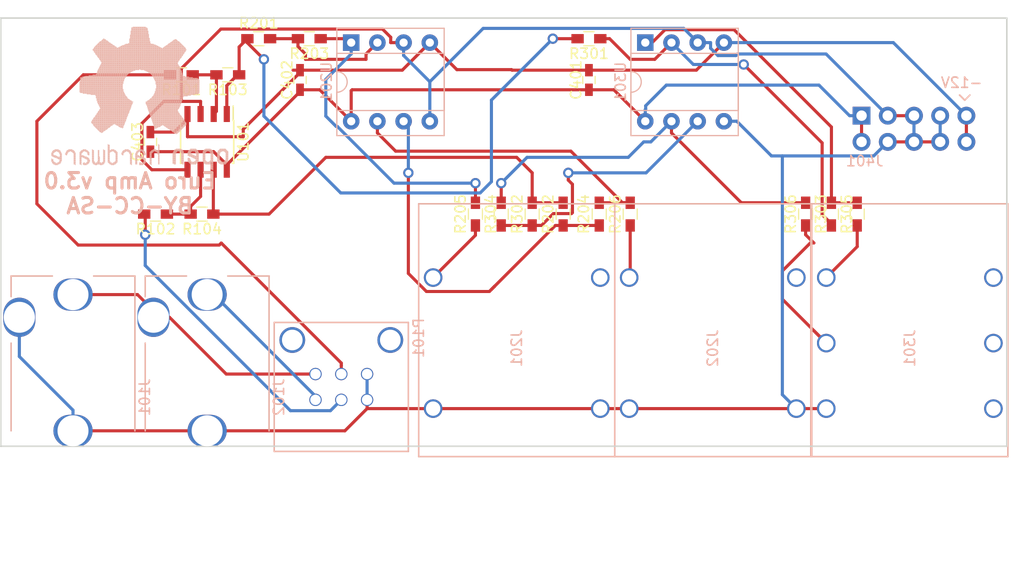
<source format=kicad_pcb>
(kicad_pcb (version 20171130) (host pcbnew "(5.1.12)-1")
  (title_block (title "Eurorack Headphones") (rev 2.0))
  (layers (0 F.Cu signal) (31 B.Cu signal) (34 B.Paste user hide) (35 F.Paste user hide) (36 B.SilkS user) (37 F.SilkS user) (38 B.Mask user) (39 F.Mask user) (44 Edge.Cuts user))
  (net 0 "")
  (net 1 +12V)
  (net 2 -12V)
  (net 3 GND)
  (net 4 "Net-(J101-Pad1)")
  (net 5 "Net-(J102-Pad1)")
  (net 6 "Net-(J301-Pad5)")
  (net 7 "Net-(J301-Pad4)")
  (net 8 "Net-(J301-Pad3)")
  (net 9 "Net-(J301-Pad6)")
  (net 10 "Net-(P101-Pad2)")
  (net 11 "Net-(P101-Pad5)")
  (net 12 "Net-(R101-Pad1)")
  (net 13 "Net-(R102-Pad1)")
  (net 14 /Left)
  (net 15 /Right)
  (net 16 "Net-(R201-Pad1)")
  (net 17 "Net-(R202-Pad1)")
  (net 18 "Net-(R203-Pad1)")
  (net 19 "Net-(R204-Pad1)")
  (net 20 "Net-(J201-Pad1)")
  (net 21 "Net-(J202-Pad1)")
  (net 22 "Net-(R301-Pad1)")
  (net 23 "Net-(R302-Pad1)")
  (net 24 "Net-(R303-Pad1)")
  (net 25 "Net-(R304-Pad1)")
  (net 26 "Net-(J201-Pad2)")
  (net 27 "Net-(J202-Pad2)")
  (net 28 "Net-(J301-Pad2)")
  (module Russell:Neutrick_NMJ4HFD2 (layer B.Cu) (at 192.6 75 270)
    (fp_text reference J301 (at 0.5 0 270) (layer B.SilkS) (effects (justify mirror)))
    (fp_text value JACK_TRS_6PINS hide)
    (pad 5 thru_hole circle (at -6.35 -8.1 270) (size 1.8 1.8) (drill 1.4) (layers *.Cu *.Mask) (net 6 "Net-(J301-Pad5)"))
    (pad 2 thru_hole circle (at -6.35 8.1 270) (size 1.8 1.8) (drill 1.4) (layers *.Cu *.Mask) (net 28 "Net-(J301-Pad2)"))
    (pad 4 thru_hole circle (at 6.35 -8.1 270) (size 1.8 1.8) (drill 1.4) (layers *.Cu *.Mask) (net 7 "Net-(J301-Pad4)"))
    (pad 1 thru_hole circle (at 6.35 8.1 270) (size 1.8 1.8) (drill 1.4) (layers *.Cu *.Mask) (net 3 GND))
    (pad 3 thru_hole circle (at 0 8.1 270) (size 1.8 1.8) (drill 1.4) (layers *.Cu *.Mask) (net 8 "Net-(J301-Pad3)"))
    (pad 6 thru_hole circle (at 0 -8.1 270) (size 1.8 1.8) (drill 1.4) (layers *.Cu *.Mask) (net 9 "Net-(J301-Pad6)"))
  )
  (module Capacitors_SMD:C_0603_HandSoldering (layer F.Cu) (at 161.5 49.5 90)
    (fp_text reference C401 (at 0 -1.25 90) (layer F.SilkS))
    (fp_text value 0.1uF)
    (pad 1 smd rect (at -0.95 0 90) (size 1.2 0.75) (layers F.Cu F.Paste F.Mask) (net 1 +12V))
    (pad 2 smd rect (at 0.95 0 90) (size 1.2 0.75) (layers F.Cu F.Paste F.Mask) (net 2 -12V))
  )
  (module Capacitors_SMD:C_0603_HandSoldering (layer F.Cu) (at 133.5 49.5 90)
    (fp_text reference C402 (at 0 -1.25 90) (layer F.SilkS))
    (fp_text value 0.1uF)
    (pad 1 smd rect (at -0.95 0 90) (size 1.2 0.75) (layers F.Cu F.Paste F.Mask) (net 1 +12V))
    (pad 2 smd rect (at 0.95 0 90) (size 1.2 0.75) (layers F.Cu F.Paste F.Mask) (net 2 -12V))
  )
  (module Capacitors_SMD:C_0603_HandSoldering (layer F.Cu) (at 119 55.5 90)
    (fp_text reference C403 (at 0 -1.25 90) (layer F.SilkS))
    (fp_text value 0.1uF)
    (pad 1 smd rect (at -0.95 0 90) (size 1.2 0.75) (layers F.Cu F.Paste F.Mask) (net 1 +12V))
    (pad 2 smd rect (at 0.95 0 90) (size 1.2 0.75) (layers F.Cu F.Paste F.Mask) (net 2 -12V))
  )
  (module Russell:Neutrick_NMJ4HHD2 (layer B.Cu) (at 154.5 75 270)
    (fp_text reference J201 (at 0.5 0 270) (layer B.SilkS) (effects (justify mirror)))
    (fp_text value JACK_2P hide)
    (pad 2 thru_hole circle (at -6.35 -8.1 270) (size 1.8 1.8) (drill 1.4) (layers *.Cu *.Mask) (net 26 "Net-(J201-Pad2)"))
    (pad 1 thru_hole circle (at -6.35 8.1 270) (size 1.8 1.8) (drill 1.4) (layers *.Cu *.Mask) (net 20 "Net-(J201-Pad1)"))
    (pad 3 thru_hole circle (at 6.35 -8.1 270) (size 1.8 1.8) (drill 1.4) (layers *.Cu *.Mask) (net 3 GND))
    (pad 3 thru_hole circle (at 6.35 8.1 270) (size 1.8 1.8) (drill 1.4) (layers *.Cu *.Mask) (net 3 GND))
  )
  (module Russell:Neutrick_NMJ4HHD2 (layer B.Cu) (at 173.5 75 270)
    (fp_text reference J202 (at 0.5 0 270) (layer B.SilkS) (effects (justify mirror)))
    (fp_text value JACK_2P hide)
    (pad 2 thru_hole circle (at -6.35 -8.1 270) (size 1.8 1.8) (drill 1.4) (layers *.Cu *.Mask) (net 27 "Net-(J202-Pad2)"))
    (pad 1 thru_hole circle (at -6.35 8.1 270) (size 1.8 1.8) (drill 1.4) (layers *.Cu *.Mask) (net 21 "Net-(J202-Pad1)"))
    (pad 3 thru_hole circle (at 6.35 -8.1 270) (size 1.8 1.8) (drill 1.4) (layers *.Cu *.Mask) (net 3 GND))
    (pad 3 thru_hole circle (at 6.35 8.1 270) (size 1.8 1.8) (drill 1.4) (layers *.Cu *.Mask) (net 3 GND))
  )
  (module eurorack:EurorackPower10 (layer B.Cu) (at 187.92 52.96)
    (fp_text reference J401 (at 0.3 4.4) (layer B.SilkS) (effects (justify mirror)))
    (fp_text value EurorackPower hide)
    (fp_text user -12V (at 9.7 -3.2) (layer B.SilkS) (effects (justify mirror)))
    (pad 1 thru_hole rect (at 0 0) (size 1.7272 1.7272) (drill 1.016) (layers *.Cu *.Mask) (net 1 +12V))
    (pad 1 thru_hole oval (at 0 2.54) (size 1.7272 1.7272) (drill 1.016) (layers *.Cu *.Mask) (net 1 +12V))
    (pad 2 thru_hole oval (at 2.54 0) (size 1.7272 1.7272) (drill 1.016) (layers *.Cu *.Mask) (net 3 GND))
    (pad 2 thru_hole oval (at 2.54 2.54) (size 1.7272 1.7272) (drill 1.016) (layers *.Cu *.Mask) (net 3 GND))
    (pad 2 thru_hole oval (at 5.08 0) (size 1.7272 1.7272) (drill 1.016) (layers *.Cu *.Mask) (net 3 GND))
    (pad 2 thru_hole oval (at 5.08 2.54) (size 1.7272 1.7272) (drill 1.016) (layers *.Cu *.Mask) (net 3 GND))
    (pad 2 thru_hole oval (at 7.62 0) (size 1.7272 1.7272) (drill 1.016) (layers *.Cu *.Mask) (net 3 GND))
    (pad 2 thru_hole oval (at 7.62 2.54) (size 1.7272 1.7272) (drill 1.016) (layers *.Cu *.Mask) (net 3 GND))
    (pad 3 thru_hole oval (at 10.16 0) (size 1.7272 1.7272) (drill 1.016) (layers *.Cu *.Mask) (net 2 -12V))
    (pad 3 thru_hole oval (at 10.16 2.54) (size 1.7272 1.7272) (drill 1.016) (layers *.Cu *.Mask) (net 2 -12V))
  )
  (module Russell:ALPS_RK09_Horizontal (layer B.Cu) (at 137.5 78 270)
    (fp_text reference P101 (at -3.5 -7.5 270) (layer B.SilkS) (effects (justify mirror)))
    (fp_text value "POT_Dual 50k")
    (pad "" thru_hole circle (at -3.3 4.75 270) (size 2.5 2.5) (drill 2) (layers *.Cu *.Mask))
    (pad "" thru_hole circle (at -3.3 -4.75 270) (size 2.5 2.5) (drill 2) (layers *.Cu *.Mask))
    (pad 2 thru_hole circle (at 0 0 270) (size 1.2 1.2) (drill 1) (layers *.Cu *.Mask) (net 10 "Net-(P101-Pad2)"))
    (pad 1 thru_hole circle (at 0 2.5 270) (size 1.2 1.2) (drill 1) (layers *.Cu *.Mask) (net 4 "Net-(J101-Pad1)"))
    (pad 4 thru_hole circle (at 2.5 2.5 270) (size 1.2 1.2) (drill 1) (layers *.Cu *.Mask) (net 5 "Net-(J102-Pad1)"))
    (pad 5 thru_hole circle (at 2.5 0 270) (size 1.2 1.2) (drill 1) (layers *.Cu *.Mask) (net 11 "Net-(P101-Pad5)"))
    (pad 6 thru_hole circle (at 2.5 -2.5 270) (size 1.2 1.2) (drill 1) (layers *.Cu *.Mask) (net 3 GND))
    (pad 3 thru_hole circle (at 0 -2.5 270) (size 1.2 1.2) (drill 1) (layers *.Cu *.Mask) (net 3 GND))
  )
  (module Resistors_SMD:R_0603_HandSoldering (layer F.Cu) (at 122 49 180)
    (fp_text reference R101 (at 0 -1.45 180) (layer F.SilkS))
    (fp_text value 200k)
    (pad 1 smd rect (at -1.1 0 180) (size 1.2 0.9) (layers F.Cu F.Paste F.Mask) (net 12 "Net-(R101-Pad1)"))
    (pad 2 smd rect (at 1.1 0 180) (size 1.2 0.9) (layers F.Cu F.Paste F.Mask) (net 10 "Net-(P101-Pad2)"))
  )
  (module Resistors_SMD:R_0603_HandSoldering (layer F.Cu) (at 119.5 62.5 180)
    (fp_text reference R102 (at 0 -1.45 180) (layer F.SilkS))
    (fp_text value 200k hide)
    (pad 1 smd rect (at -1.1 0 180) (size 1.2 0.9) (layers F.Cu F.Paste F.Mask) (net 13 "Net-(R102-Pad1)"))
    (pad 2 smd rect (at 1.1 0 180) (size 1.2 0.9) (layers F.Cu F.Paste F.Mask) (net 11 "Net-(P101-Pad5)"))
  )
  (module Resistors_SMD:R_0603_HandSoldering (layer F.Cu) (at 126.5 49 180)
    (fp_text reference R103 (at 0 -1.45 180) (layer F.SilkS))
    (fp_text value 100k)
    (pad 1 smd rect (at -1.1 0 180) (size 1.2 0.9) (layers F.Cu F.Paste F.Mask) (net 14 /Left))
    (pad 2 smd rect (at 1.1 0 180) (size 1.2 0.9) (layers F.Cu F.Paste F.Mask) (net 12 "Net-(R101-Pad1)"))
  )
  (module Resistors_SMD:R_0603_HandSoldering (layer F.Cu) (at 124 62.5 180)
    (fp_text reference R104 (at 0 -1.45 180) (layer F.SilkS))
    (fp_text value 100k)
    (pad 1 smd rect (at -1.1 0 180) (size 1.2 0.9) (layers F.Cu F.Paste F.Mask) (net 15 /Right))
    (pad 2 smd rect (at 1.1 0 180) (size 1.2 0.9) (layers F.Cu F.Paste F.Mask) (net 13 "Net-(R102-Pad1)"))
  )
  (module Resistors_SMD:R_0603_HandSoldering (layer F.Cu) (at 129.5 45.5 180)
    (fp_text reference R201 (at 0 1.5 180) (layer F.SilkS))
    (fp_text value 100k)
    (pad 1 smd rect (at -1.1 0 180) (size 1.2 0.9) (layers F.Cu F.Paste F.Mask) (net 16 "Net-(R201-Pad1)"))
    (pad 2 smd rect (at 1.1 0 180) (size 1.2 0.9) (layers F.Cu F.Paste F.Mask) (net 14 /Left))
  )
  (module Resistors_SMD:R_0603_HandSoldering (layer F.Cu) (at 159 62.5 90)
    (fp_text reference R202 (at 0 -1.45 90) (layer F.SilkS))
    (fp_text value 100k)
    (pad 1 smd rect (at -1.1 0 90) (size 1.2 0.9) (layers F.Cu F.Paste F.Mask) (net 17 "Net-(R202-Pad1)"))
    (pad 2 smd rect (at 1.1 0 90) (size 1.2 0.9) (layers F.Cu F.Paste F.Mask) (net 15 /Right))
  )
  (module Resistors_SMD:R_0603_HandSoldering (layer F.Cu) (at 134.4 45.5 180)
    (fp_text reference R203 (at 0 -1.45 180) (layer F.SilkS))
    (fp_text value 100k)
    (pad 1 smd rect (at -1.1 0 180) (size 1.2 0.9) (layers F.Cu F.Paste F.Mask) (net 18 "Net-(R203-Pad1)"))
    (pad 2 smd rect (at 1.1 0 180) (size 1.2 0.9) (layers F.Cu F.Paste F.Mask) (net 16 "Net-(R201-Pad1)"))
  )
  (module Resistors_SMD:R_0603_HandSoldering (layer F.Cu) (at 162.5 62.5 270)
    (fp_text reference R204 (at 0 1.5 270) (layer F.SilkS))
    (fp_text value 100k)
    (pad 1 smd rect (at -1.1 0 270) (size 1.2 0.9) (layers F.Cu F.Paste F.Mask) (net 19 "Net-(R204-Pad1)"))
    (pad 2 smd rect (at 1.1 0 270) (size 1.2 0.9) (layers F.Cu F.Paste F.Mask) (net 17 "Net-(R202-Pad1)"))
  )
  (module Resistors_SMD:R_0603_HandSoldering (layer F.Cu) (at 150.5 62.5 90)
    (fp_text reference R205 (at 0 -1.45 90) (layer F.SilkS))
    (fp_text value 1k)
    (pad 1 smd rect (at -1.1 0 90) (size 1.2 0.9) (layers F.Cu F.Paste F.Mask) (net 20 "Net-(J201-Pad1)"))
    (pad 2 smd rect (at 1.1 0 90) (size 1.2 0.9) (layers F.Cu F.Paste F.Mask) (net 18 "Net-(R203-Pad1)"))
  )
  (module Resistors_SMD:R_0603_HandSoldering (layer F.Cu) (at 165.5 62.5 90)
    (fp_text reference R206 (at 0 -1.45 90) (layer F.SilkS))
    (fp_text value 1k)
    (pad 1 smd rect (at -1.1 0 90) (size 1.2 0.9) (layers F.Cu F.Paste F.Mask) (net 21 "Net-(J202-Pad1)"))
    (pad 2 smd rect (at 1.1 0 90) (size 1.2 0.9) (layers F.Cu F.Paste F.Mask) (net 19 "Net-(R204-Pad1)"))
  )
  (module Resistors_SMD:R_0603_HandSoldering (layer F.Cu) (at 161.5 45.5 180)
    (fp_text reference R301 (at 0 -1.45 180) (layer F.SilkS))
    (fp_text value 200k)
    (pad 1 smd rect (at -1.1 0 180) (size 1.2 0.9) (layers F.Cu F.Paste F.Mask) (net 22 "Net-(R301-Pad1)"))
    (pad 2 smd rect (at 1.1 0 180) (size 1.2 0.9) (layers F.Cu F.Paste F.Mask) (net 14 /Left))
  )
  (module Resistors_SMD:R_0603_HandSoldering (layer F.Cu) (at 156 62.5 90)
    (fp_text reference R302 (at 0 -1.45 90) (layer F.SilkS))
    (fp_text value 200k)
    (pad 1 smd rect (at -1.1 0 90) (size 1.2 0.9) (layers F.Cu F.Paste F.Mask) (net 23 "Net-(R302-Pad1)"))
    (pad 2 smd rect (at 1.1 0 90) (size 1.2 0.9) (layers F.Cu F.Paste F.Mask) (net 15 /Right))
  )
  (module Resistors_SMD:R_0603_HandSoldering (layer F.Cu) (at 185 62.5 270)
    (fp_text reference R303 (at 0 1 270) (layer F.SilkS))
    (fp_text value 100k)
    (pad 1 smd rect (at -1.1 0 270) (size 1.2 0.9) (layers F.Cu F.Paste F.Mask) (net 24 "Net-(R303-Pad1)"))
    (pad 2 smd rect (at 1.1 0 270) (size 1.2 0.9) (layers F.Cu F.Paste F.Mask) (net 22 "Net-(R301-Pad1)"))
  )
  (module Resistors_SMD:R_0603_HandSoldering (layer F.Cu) (at 153 62.5 270)
    (fp_text reference R304 (at 0 1 270) (layer F.SilkS))
    (fp_text value 100k)
    (pad 1 smd rect (at -1.1 0 270) (size 1.2 0.9) (layers F.Cu F.Paste F.Mask) (net 25 "Net-(R304-Pad1)"))
    (pad 2 smd rect (at 1.1 0 270) (size 1.2 0.9) (layers F.Cu F.Paste F.Mask) (net 23 "Net-(R302-Pad1)"))
  )
  (module Resistors_SMD:R_0603_HandSoldering (layer F.Cu) (at 187.5 62.5 90)
    (fp_text reference R305 (at 0 -1 90) (layer F.SilkS))
    (fp_text value 100)
    (pad 1 smd rect (at -1.1 0 90) (size 1.2 0.9) (layers F.Cu F.Paste F.Mask) (net 28 "Net-(J301-Pad2)"))
    (pad 2 smd rect (at 1.1 0 90) (size 1.2 0.9) (layers F.Cu F.Paste F.Mask) (net 24 "Net-(R303-Pad1)"))
  )
  (module Resistors_SMD:R_0603_HandSoldering (layer F.Cu) (at 182.5 62.5 90)
    (fp_text reference R306 (at 0 -1.45 90) (layer F.SilkS))
    (fp_text value 100)
    (pad 1 smd rect (at -1.1 0 90) (size 1.2 0.9) (layers F.Cu F.Paste F.Mask) (net 8 "Net-(J301-Pad3)"))
    (pad 2 smd rect (at 1.1 0 90) (size 1.2 0.9) (layers F.Cu F.Paste F.Mask) (net 25 "Net-(R304-Pad1)"))
  )
  (module Housings_DIP:DIP-8_W7.62mm_Socket (layer B.Cu) (at 138.46 45.88 270)
    (fp_text reference U201 (at 3.81 2.39 270) (layer B.SilkS) (effects (justify mirror)))
    (fp_text value TL072)
    (pad 1 thru_hole rect (at 0 0 270) (size 1.6 1.6) (drill 0.8) (layers *.Cu *.Mask) (net 18 "Net-(R203-Pad1)"))
    (pad 5 thru_hole oval (at 7.62 -7.62 270) (size 1.6 1.6) (drill 0.8) (layers *.Cu *.Mask) (net 3 GND))
    (pad 2 thru_hole oval (at 0 -2.54 270) (size 1.6 1.6) (drill 0.8) (layers *.Cu *.Mask) (net 16 "Net-(R201-Pad1)"))
    (pad 6 thru_hole oval (at 7.62 -5.08 270) (size 1.6 1.6) (drill 0.8) (layers *.Cu *.Mask) (net 17 "Net-(R202-Pad1)"))
    (pad 3 thru_hole oval (at 0 -5.08 270) (size 1.6 1.6) (drill 0.8) (layers *.Cu *.Mask) (net 3 GND))
    (pad 7 thru_hole oval (at 7.62 -2.54 270) (size 1.6 1.6) (drill 0.8) (layers *.Cu *.Mask) (net 19 "Net-(R204-Pad1)"))
    (pad 4 thru_hole oval (at 0 -7.62 270) (size 1.6 1.6) (drill 0.8) (layers *.Cu *.Mask) (net 2 -12V))
    (pad 8 thru_hole oval (at 7.62 0 270) (size 1.6 1.6) (drill 0.8) (layers *.Cu *.Mask) (net 1 +12V))
  )
  (module Housings_DIP:DIP-8_W7.62mm_Socket (layer B.Cu) (at 166.96 45.88 270)
    (fp_text reference U301 (at 3.81 2.39 270) (layer B.SilkS) (effects (justify mirror)))
    (fp_text value TL072)
    (pad 1 thru_hole rect (at 0 0 270) (size 1.6 1.6) (drill 0.8) (layers *.Cu *.Mask) (net 24 "Net-(R303-Pad1)"))
    (pad 5 thru_hole oval (at 7.62 -7.62 270) (size 1.6 1.6) (drill 0.8) (layers *.Cu *.Mask) (net 3 GND))
    (pad 2 thru_hole oval (at 0 -2.54 270) (size 1.6 1.6) (drill 0.8) (layers *.Cu *.Mask) (net 22 "Net-(R301-Pad1)"))
    (pad 6 thru_hole oval (at 7.62 -5.08 270) (size 1.6 1.6) (drill 0.8) (layers *.Cu *.Mask) (net 23 "Net-(R302-Pad1)"))
    (pad 3 thru_hole oval (at 0 -5.08 270) (size 1.6 1.6) (drill 0.8) (layers *.Cu *.Mask) (net 3 GND))
    (pad 7 thru_hole oval (at 7.62 -2.54 270) (size 1.6 1.6) (drill 0.8) (layers *.Cu *.Mask) (net 25 "Net-(R304-Pad1)"))
    (pad 4 thru_hole oval (at 0 -7.62 270) (size 1.6 1.6) (drill 0.8) (layers *.Cu *.Mask) (net 2 -12V))
    (pad 8 thru_hole oval (at 7.62 0 270) (size 1.6 1.6) (drill 0.8) (layers *.Cu *.Mask) (net 1 +12V))
  )
  (module Housings_SOIC:SOIC-8_3.9x4.9mm_Pitch1.27mm (layer F.Cu) (at 124.5 55.5 270)
    (fp_text reference U101 (at 0 -3.5 270) (layer F.SilkS))
    (fp_text value TL072)
    (pad 1 smd rect (at -2.7 -1.905 270) (size 1.55 0.6) (layers F.Cu F.Paste F.Mask) (net 14 /Left))
    (pad 2 smd rect (at -2.7 -0.635 270) (size 1.55 0.6) (layers F.Cu F.Paste F.Mask) (net 12 "Net-(R101-Pad1)"))
    (pad 3 smd rect (at -2.7 0.635 270) (size 1.55 0.6) (layers F.Cu F.Paste F.Mask) (net 3 GND))
    (pad 4 smd rect (at -2.7 1.905 270) (size 1.55 0.6) (layers F.Cu F.Paste F.Mask) (net 2 -12V))
    (pad 5 smd rect (at 2.7 1.905 270) (size 1.55 0.6) (layers F.Cu F.Paste F.Mask) (net 3 GND))
    (pad 6 smd rect (at 2.7 0.635 270) (size 1.55 0.6) (layers F.Cu F.Paste F.Mask) (net 13 "Net-(R102-Pad1)"))
    (pad 7 smd rect (at 2.7 -0.635 270) (size 1.55 0.6) (layers F.Cu F.Paste F.Mask) (net 15 /Right))
    (pad 8 smd rect (at 2.7 -1.905 270) (size 1.55 0.6) (layers F.Cu F.Paste F.Mask) (net 1 +12V))
  )
  (module eurorack:Jack.PJ302M (layer B.Cu) (at 111.5 83.5 270)
    (fp_text reference J101 (at -3.25 -6.95 270) (layer B.SilkS) (effects (justify mirror)))
    (fp_text value JACK_2P hide)
    (pad 3 thru_hole oval (at 0 0 270) (size 3.1 3.8) (drill 3) (layers *.Cu *.Mask) (net 3 GND))
    (pad 1 thru_hole oval (at -13.2 0 270) (size 3.1 3.8) (drill 3) (layers *.Cu *.Mask) (net 4 "Net-(J101-Pad1)"))
    (pad 2 thru_hole oval (at -11 5.2 270) (size 3.8 3.1) (drill 3) (layers *.Cu *.Mask) (net 3 GND))
  )
  (module eurorack:Jack.PJ302M (layer B.Cu) (at 124.5 83.5 270)
    (fp_text reference J102 (at -3.25 -6.95 270) (layer B.SilkS) (effects (justify mirror)))
    (fp_text value JACK_2P hide)
    (pad 3 thru_hole oval (at 0 0 270) (size 3.1 3.8) (drill 3) (layers *.Cu *.Mask) (net 3 GND))
    (pad 1 thru_hole oval (at -13.2 0 270) (size 3.1 3.8) (drill 3) (layers *.Cu *.Mask) (net 5 "Net-(J102-Pad1)"))
    (pad 2 thru_hole oval (at -11 5.2 270) (size 3.8 3.1) (drill 3) (layers *.Cu *.Mask) (net 4 "Net-(J101-Pad1)"))
  )
  (module OPENHARDWARE:OSHWLOGO0.75IN (layer B.Cu) (at 127.5 42 180)
    (fp_text reference G*** hide)
    (fp_text value LOGO hide)
  )
  (gr_text "Euro Amp v3.0\nBY-CC-SA" (at 117 60.5) (layer B.SilkS) (effects (font (size 1.5 1.5) (thickness 0.3)) (justify mirror)))
  (gr_line (start 104.5 85) (end 202 85) (layer Edge.Cuts) (width 0.15))
  (gr_line (start 104.5 43.5) (end 104.5 85) (layer Edge.Cuts) (width 0.15))
  (gr_line (start 202 43.5) (end 104.5 43.5) (layer Edge.Cuts) (width 0.15))
  (gr_line (start 202 85) (end 202 43.5) (layer Edge.Cuts) (width 0.15))
  (segment (start 119 56.45) (end 125.13 56.45) (width 0.3) (layer F.Cu) (net 1))
  (segment (start 125.13 56.45) (end 126.405 57.725) (width 0.3) (layer F.Cu) (net 1))
  (segment (start 126.405 57.725) (end 133.5 50.63) (width 0.3) (layer F.Cu) (net 1))
  (segment (start 133.5 50.63) (end 133.5 50.45) (width 0.3) (layer F.Cu) (net 1))
  (segment (start 126.405 58.2) (end 126.405 57.725) (width 0.3) (layer F.Cu) (net 1))
  (segment (start 133.5 50.45) (end 135.41 50.45) (width 0.3) (layer F.Cu) (net 1))
  (segment (start 135.41 50.45) (end 138.46 53.5) (width 0.3) (layer F.Cu) (net 1))
  (segment (start 161.5 50.45) (end 163.91 50.45) (width 0.3) (layer F.Cu) (net 1))
  (segment (start 163.91 50.45) (end 166.96 53.5) (width 0.3) (layer F.Cu) (net 1))
  (segment (start 187.92 52.96) (end 187.92 55.5) (width 0.3) (layer F.Cu) (net 1))
  (segment (start 166.96 53.5) (end 166.96 52.3686) (width 0.3) (layer B.Cu) (net 1))
  (segment (start 166.96 52.3686) (end 167 52.3286) (width 0.3) (layer B.Cu) (net 1))
  (segment (start 167 52.3286) (end 167 52) (width 0.3) (layer B.Cu) (net 1))
  (segment (start 167 52) (end 169 50) (width 0.3) (layer B.Cu) (net 1))
  (segment (start 169 50) (end 183.796 50) (width 0.3) (layer B.Cu) (net 1))
  (segment (start 183.796 50) (end 186.756 52.96) (width 0.3) (layer B.Cu) (net 1))
  (segment (start 186.756 52.96) (end 187.92 52.96) (width 0.3) (layer B.Cu) (net 1))
  (segment (start 138.46 53.5) (end 138.46 50.54) (width 0.3) (layer F.Cu) (net 1))
  (segment (start 138.46 50.54) (end 138.55 50.45) (width 0.3) (layer F.Cu) (net 1))
  (segment (start 138.55 50.45) (end 161.5 50.45) (width 0.3) (layer F.Cu) (net 1))
  (segment (start 122.595 53.875) (end 122.597 53.8774) (width 0.3) (layer F.Cu) (net 2))
  (segment (start 122.595 52.8) (end 122.595 53.875) (width 0.3) (layer F.Cu) (net 2))
  (segment (start 119 54.55) (end 121.32 54.55) (width 0.3) (layer F.Cu) (net 2))
  (segment (start 121.32 54.55) (end 122.595 53.275) (width 0.3) (layer F.Cu) (net 2))
  (segment (start 122.595 53.275) (end 122.595 52.8) (width 0.3) (layer F.Cu) (net 2))
  (segment (start 122.595 52.8) (end 122.595 52.325) (width 0.3) (layer F.Cu) (net 2))
  (segment (start 133.5 48.55) (end 143.41 48.55) (width 0.3) (layer F.Cu) (net 2))
  (segment (start 143.41 48.55) (end 146.08 45.88) (width 0.3) (layer F.Cu) (net 2))
  (segment (start 146.08 45.88) (end 148.7 48.5) (width 0.3) (layer F.Cu) (net 2))
  (segment (start 148.7 48.5) (end 154 48.5) (width 0.3) (layer F.Cu) (net 2))
  (segment (start 154 48.5) (end 154.05 48.55) (width 0.3) (layer F.Cu) (net 2))
  (segment (start 154.05 48.55) (end 161.5 48.55) (width 0.3) (layer F.Cu) (net 2))
  (segment (start 161.5 48.55) (end 171.91 48.55) (width 0.3) (layer F.Cu) (net 2))
  (segment (start 171.91 48.55) (end 174.58 45.88) (width 0.3) (layer F.Cu) (net 2))
  (segment (start 174.58 45.88) (end 191 45.88) (width 0.3) (layer B.Cu) (net 2))
  (segment (start 191 45.88) (end 198.08 52.96) (width 0.3) (layer B.Cu) (net 2))
  (segment (start 198.08 52.96) (end 198.08 55.5) (width 0.3) (layer F.Cu) (net 2))
  (segment (start 132.825 48.55) (end 133.5 48.55) (width 0.3) (layer F.Cu) (net 2))
  (segment (start 122.595 53.875) (end 122.595 54.9976) (width 0.3) (layer F.Cu) (net 2))
  (segment (start 122.595 54.9976) (end 122.597 55) (width 0.3) (layer F.Cu) (net 2))
  (segment (start 122.597 55) (end 128 55) (width 0.3) (layer F.Cu) (net 2))
  (segment (start 128 55) (end 128 54.275) (width 0.3) (layer F.Cu) (net 2))
  (segment (start 128 54.275) (end 133.5 48.775) (width 0.3) (layer F.Cu) (net 2))
  (segment (start 133.5 48.775) (end 133.5 48.55) (width 0.3) (layer F.Cu) (net 2))
  (segment (start 146.08 49.6701) (end 146.08 53.5) (width 0.3) (layer B.Cu) (net 3))
  (segment (start 143.54 47.1301) (end 146.08 49.6701) (width 0.3) (layer B.Cu) (net 3))
  (segment (start 172.0669 45.88) (end 170.6889 44.502) (width 0.3) (layer B.Cu) (net 3))
  (segment (start 170.6889 44.502) (end 151.2481 44.502) (width 0.3) (layer B.Cu) (net 3))
  (segment (start 151.2481 44.502) (end 146.08 49.6701) (width 0.3) (layer B.Cu) (net 3))
  (segment (start 172.6383 45.88) (end 173.2901 45.88) (width 0.3) (layer B.Cu) (net 3))
  (segment (start 172.04 45.88) (end 172.0669 45.88) (width 0.3) (layer B.Cu) (net 3))
  (segment (start 172.6383 45.88) (end 172.0669 45.88) (width 0.3) (layer B.Cu) (net 3))
  (segment (start 165.4 81.35) (end 181.6 81.35) (width 0.3) (layer F.Cu) (net 3))
  (segment (start 162.6 81.35) (end 165.4 81.35) (width 0.3) (layer F.Cu) (net 3))
  (segment (start 146.4 81.35) (end 162.6 81.35) (width 0.3) (layer F.Cu) (net 3))
  (segment (start 140 81.35) (end 146.4 81.35) (width 0.3) (layer F.Cu) (net 3))
  (segment (start 181.6 81.35) (end 184.5 81.35) (width 0.3) (layer F.Cu) (net 3))
  (segment (start 175.8301 53.5) (end 179.1904 56.8603) (width 0.3) (layer B.Cu) (net 3))
  (segment (start 179.1904 56.8603) (end 180.2446 56.8603) (width 0.3) (layer B.Cu) (net 3))
  (segment (start 180.2446 56.8603) (end 189.0997 56.8603) (width 0.3) (layer B.Cu) (net 3))
  (segment (start 189.0997 56.8603) (end 190.46 55.5) (width 0.3) (layer B.Cu) (net 3))
  (segment (start 180.2446 56.8603) (end 180.2446 79.9946) (width 0.3) (layer B.Cu) (net 3))
  (segment (start 180.2446 79.9946) (end 181.6 81.35) (width 0.3) (layer B.Cu) (net 3))
  (segment (start 193 52.96) (end 190.46 52.96) (width 0.3) (layer F.Cu) (net 3))
  (segment (start 193 55.5) (end 190.46 55.5) (width 0.3) (layer F.Cu) (net 3))
  (segment (start 195.54 55.5) (end 193 55.5) (width 0.3) (layer F.Cu) (net 3))
  (segment (start 193 55.5) (end 193 52.96) (width 0.3) (layer B.Cu) (net 3))
  (segment (start 195.54 55.5) (end 195.54 52.96) (width 0.3) (layer B.Cu) (net 3))
  (segment (start 140 81.35) (end 140 80.5) (width 0.3) (layer F.Cu) (net 3))
  (segment (start 124.5 83.5) (end 137.85 83.5) (width 0.3) (layer F.Cu) (net 3))
  (segment (start 137.85 83.5) (end 140 81.35) (width 0.3) (layer F.Cu) (net 3))
  (segment (start 140 78) (end 140 80.5) (width 0.3) (layer B.Cu) (net 3))
  (segment (start 143.54 45.88) (end 143.54 47.1301) (width 0.3) (layer B.Cu) (net 3))
  (segment (start 174.58 53.5) (end 175.8301 53.5) (width 0.3) (layer B.Cu) (net 3))
  (segment (start 173.2901 45.88) (end 173.2901 46.4269) (width 0.3) (layer B.Cu) (net 3))
  (segment (start 173.2901 46.4269) (end 174.0005 47.1373) (width 0.3) (layer B.Cu) (net 3))
  (segment (start 174.0005 47.1373) (end 175.7427 47.1373) (width 0.3) (layer B.Cu) (net 3))
  (segment (start 175.7427 47.1373) (end 175.8975 46.9825) (width 0.3) (layer B.Cu) (net 3))
  (segment (start 175.8975 46.9825) (end 184.4825 46.9825) (width 0.3) (layer B.Cu) (net 3))
  (segment (start 184.4825 46.9825) (end 190.46 52.96) (width 0.3) (layer B.Cu) (net 3))
  (segment (start 143.54 45.88) (end 142.2899 45.88) (width 0.3) (layer F.Cu) (net 3))
  (segment (start 122 51.5749) (end 122 48.3952) (width 0.3) (layer F.Cu) (net 3))
  (segment (start 122 48.3952) (end 125.8288 44.5664) (width 0.3) (layer F.Cu) (net 3))
  (segment (start 125.8288 44.5664) (end 141.4943 44.5664) (width 0.3) (layer F.Cu) (net 3))
  (segment (start 141.4943 44.5664) (end 142.2899 45.362) (width 0.3) (layer F.Cu) (net 3))
  (segment (start 142.2899 45.362) (end 142.2899 45.88) (width 0.3) (layer F.Cu) (net 3))
  (segment (start 122 51.5749) (end 123.865 51.5749) (width 0.3) (layer F.Cu) (net 3))
  (segment (start 122.595 58.2) (end 119.1373 58.2) (width 0.3) (layer F.Cu) (net 3))
  (segment (start 119.1373 58.2) (end 118.1748 57.2375) (width 0.3) (layer F.Cu) (net 3))
  (segment (start 118.1748 57.2375) (end 118.1748 53.7112) (width 0.3) (layer F.Cu) (net 3))
  (segment (start 118.1748 53.7112) (end 120.3111 51.5749) (width 0.3) (layer F.Cu) (net 3))
  (segment (start 120.3111 51.5749) (end 122 51.5749) (width 0.3) (layer F.Cu) (net 3))
  (segment (start 123.865 52.8) (end 123.865 51.5749) (width 0.3) (layer F.Cu) (net 3))
  (segment (start 111.5 83.5) (end 124.5 83.5) (width 0.3) (layer F.Cu) (net 3))
  (segment (start 111.5 83.5) (end 111.5 81.4999) (width 0.3) (layer B.Cu) (net 3))
  (segment (start 106.3 72.5) (end 106.3 76.2999) (width 0.3) (layer B.Cu) (net 3))
  (segment (start 106.3 76.2999) (end 111.5 81.4999) (width 0.3) (layer B.Cu) (net 3))
  (segment (start 111.5 70.3) (end 117.75 70.3) (width 0.3) (layer F.Cu) (net 4))
  (segment (start 117.75 70.3) (end 119.3 71.85) (width 0.3) (layer F.Cu) (net 4))
  (segment (start 119.3 71.85) (end 119.3 72.5) (width 0.3) (layer F.Cu) (net 4))
  (segment (start 119.3 72.5) (end 120.85 72.5) (width 0.3) (layer F.Cu) (net 4))
  (segment (start 120.85 72.5) (end 126.35 78) (width 0.3) (layer F.Cu) (net 4))
  (segment (start 126.35 78) (end 135 78) (width 0.3) (layer F.Cu) (net 4))
  (segment (start 124.5 70.3) (end 125.15 70.3) (width 0.3) (layer B.Cu) (net 5))
  (segment (start 125.15 70.3) (end 135 80.15) (width 0.3) (layer B.Cu) (net 5))
  (segment (start 135 80.15) (end 135 80.5) (width 0.3) (layer B.Cu) (net 5))
  (segment (start 184.5 75) (end 180.25 70.75) (width 0.3) (layer F.Cu) (net 8))
  (segment (start 180.25 70.75) (end 180.25 68.002) (width 0.3) (layer F.Cu) (net 8))
  (segment (start 180.25 68.002) (end 182.954 65.2976) (width 0.3) (layer F.Cu) (net 8))
  (segment (start 182.954 65.2976) (end 183.298 65.2976) (width 0.3) (layer F.Cu) (net 8))
  (segment (start 183.298 65.2976) (end 182.5 64.5) (width 0.3) (layer F.Cu) (net 8))
  (segment (start 182.5 64.5) (end 182.5 63.6) (width 0.3) (layer F.Cu) (net 8))
  (segment (start 183.298 73.7976) (end 184.5 75) (width 0.3) (layer F.Cu) (net 8))
  (segment (start 137.5 77.1515) (end 137.5 78) (width 0.3) (layer F.Cu) (net 10))
  (segment (start 120.9 49) (end 112.5 49) (width 0.3) (layer F.Cu) (net 10))
  (segment (start 112.5 49) (end 108 53.5) (width 0.3) (layer F.Cu) (net 10))
  (segment (start 108 53.5) (end 108 61.5) (width 0.3) (layer F.Cu) (net 10))
  (segment (start 108 61.5) (end 112 65.5) (width 0.3) (layer F.Cu) (net 10))
  (segment (start 112 65.5) (end 125.671 65.5) (width 0.3) (layer F.Cu) (net 10))
  (segment (start 125.671 65.5) (end 125.868 65.3024) (width 0.3) (layer F.Cu) (net 10))
  (segment (start 125.868 65.3024) (end 137.5 76.934) (width 0.3) (layer F.Cu) (net 10))
  (segment (start 137.5 76.934) (end 137.5 77.1515) (width 0.3) (layer F.Cu) (net 10))
  (segment (start 118.5 64.5) (end 118.5 62.6) (width 0.3) (layer F.Cu) (net 11))
  (segment (start 118.5 62.6) (end 118.4 62.5) (width 0.3) (layer F.Cu) (net 11))
  (segment (start 137.5 80.5) (end 136.45 81.55) (width 0.3) (layer B.Cu) (net 11))
  (segment (start 136.45 81.55) (end 132.572 81.55) (width 0.3) (layer B.Cu) (net 11))
  (segment (start 132.572 81.55) (end 118.5 67.4784) (width 0.3) (layer B.Cu) (net 11))
  (segment (start 118.5 67.4784) (end 118.5 64.5) (width 0.3) (layer B.Cu) (net 11))
  (via (at 118.5 64.5) (size 1) (layers F.Cu B.Cu) (net 11))
  (segment (start 123.1 49) (end 125.4 49) (width 0.3) (layer F.Cu) (net 12))
  (segment (start 125.4 49) (end 125.4 52.535) (width 0.3) (layer F.Cu) (net 12))
  (segment (start 125.4 52.535) (end 125.135 52.8) (width 0.3) (layer F.Cu) (net 12))
  (segment (start 120.6 62.5) (end 122.9 62.5) (width 0.3) (layer F.Cu) (net 13))
  (segment (start 122.9 62.5) (end 122.9 61.75) (width 0.3) (layer F.Cu) (net 13))
  (segment (start 122.9 61.75) (end 123.865 60.785) (width 0.3) (layer F.Cu) (net 13))
  (segment (start 123.865 60.785) (end 123.865 58.2) (width 0.3) (layer F.Cu) (net 13))
  (segment (start 126.405 52.8) (end 126.405 50.045) (width 0.3) (layer F.Cu) (net 14))
  (segment (start 126.405 50.045) (end 127.45 49) (width 0.3) (layer F.Cu) (net 14))
  (segment (start 127.45 49) (end 127.6 49) (width 0.3) (layer F.Cu) (net 14))
  (segment (start 127.6 49) (end 127.6 46.3) (width 0.3) (layer F.Cu) (net 14))
  (segment (start 127.6 46.3) (end 128.4 45.5) (width 0.3) (layer F.Cu) (net 14))
  (segment (start 128.55 45.5) (end 128.4 45.5) (width 0.3) (layer F.Cu) (net 14))
  (segment (start 128.4 45.5) (end 128.4 45.9) (width 0.3) (layer F.Cu) (net 14))
  (segment (start 128.4 45.9) (end 130 47.5) (width 0.3) (layer F.Cu) (net 14))
  (segment (start 130 47.5) (end 130 53) (width 0.3) (layer B.Cu) (net 14))
  (segment (start 130 53) (end 137.45 60.45) (width 0.3) (layer B.Cu) (net 14))
  (segment (start 137.45 60.45) (end 150.956 60.45) (width 0.3) (layer B.Cu) (net 14))
  (segment (start 150.956 60.45) (end 152.05 59.356) (width 0.3) (layer B.Cu) (net 14))
  (segment (start 152.05 59.356) (end 152.05 51.45) (width 0.3) (layer B.Cu) (net 14))
  (segment (start 152.05 51.45) (end 158 45.5) (width 0.3) (layer B.Cu) (net 14))
  (segment (start 158 45.5) (end 160.4 45.5) (width 0.3) (layer F.Cu) (net 14))
  (via (at 130 47.5) (size 1) (layers F.Cu B.Cu) (net 14))
  (via (at 158 45.5) (size 1) (layers F.Cu B.Cu) (net 14))
  (segment (start 156 61.4) (end 159 61.4) (width 0.3) (layer F.Cu) (net 15))
  (segment (start 125.1 62.5) (end 125.1 58.235) (width 0.3) (layer F.Cu) (net 15))
  (segment (start 125.1 58.235) (end 125.135 58.2) (width 0.3) (layer F.Cu) (net 15))
  (segment (start 125.1 62.5) (end 130.5 62.5) (width 0.3) (layer F.Cu) (net 15))
  (segment (start 130.5 62.5) (end 136 57) (width 0.3) (layer F.Cu) (net 15))
  (segment (start 136 57) (end 154.5 57) (width 0.3) (layer F.Cu) (net 15))
  (segment (start 154.5 57) (end 156 58.5) (width 0.3) (layer F.Cu) (net 15))
  (segment (start 156 58.5) (end 156 61.4) (width 0.3) (layer F.Cu) (net 15))
  (segment (start 130.6 45.5) (end 133.3 45.5) (width 0.3) (layer F.Cu) (net 16))
  (segment (start 133.3 45.5) (end 133.3 46.25) (width 0.3) (layer F.Cu) (net 16))
  (segment (start 133.3 46.25) (end 134.032 46.9824) (width 0.3) (layer F.Cu) (net 16))
  (segment (start 134.032 46.9824) (end 134.032 47.5) (width 0.3) (layer F.Cu) (net 16))
  (segment (start 134.032 47.5) (end 139.898 47.5) (width 0.3) (layer F.Cu) (net 16))
  (segment (start 139.898 47.5) (end 139.898 46.9824) (width 0.3) (layer F.Cu) (net 16))
  (segment (start 139.898 46.9824) (end 141 45.88) (width 0.3) (layer F.Cu) (net 16))
  (segment (start 152.35 69.5) (end 151.998 69.8524) (width 0.3) (layer F.Cu) (net 17))
  (segment (start 159 63.6) (end 158.25 63.6) (width 0.3) (layer F.Cu) (net 17))
  (segment (start 158.25 63.6) (end 152.35 69.5) (width 0.3) (layer F.Cu) (net 17))
  (segment (start 159 63.6) (end 162.5 63.6) (width 0.3) (layer F.Cu) (net 17))
  (segment (start 144 58.5) (end 144 53.96) (width 0.3) (layer B.Cu) (net 17))
  (segment (start 144 53.96) (end 143.54 53.5) (width 0.3) (layer B.Cu) (net 17))
  (segment (start 144 58.5) (end 144 68.248) (width 0.3) (layer F.Cu) (net 17))
  (segment (start 144 68.248) (end 145.752 70) (width 0.3) (layer F.Cu) (net 17))
  (segment (start 145.752 70) (end 151.85 70) (width 0.3) (layer F.Cu) (net 17))
  (segment (start 151.85 70) (end 152.35 69.5) (width 0.3) (layer F.Cu) (net 17))
  (via (at 144 58.5) (size 1) (layers F.Cu B.Cu) (net 17))
  (segment (start 135.5 45.5) (end 138.08 45.5) (width 0.3) (layer F.Cu) (net 18))
  (segment (start 138.08 45.5) (end 138.46 45.88) (width 0.3) (layer F.Cu) (net 18))
  (segment (start 150.5 59.5) (end 150.5 61.4) (width 0.3) (layer F.Cu) (net 18))
  (segment (start 138.46 45.88) (end 138.46 46.98) (width 0.3) (layer B.Cu) (net 18))
  (segment (start 138.46 46.98) (end 136 49.44) (width 0.3) (layer B.Cu) (net 18))
  (segment (start 136 49.44) (end 136 53) (width 0.3) (layer B.Cu) (net 18))
  (segment (start 136 53) (end 137 54) (width 0.3) (layer B.Cu) (net 18))
  (segment (start 137 54) (end 137.11 54) (width 0.3) (layer B.Cu) (net 18))
  (segment (start 137.11 54) (end 142.61 59.5) (width 0.3) (layer B.Cu) (net 18))
  (segment (start 142.61 59.5) (end 150.5 59.5) (width 0.3) (layer B.Cu) (net 18))
  (via (at 150.5 59.5) (size 1) (layers F.Cu B.Cu) (net 18))
  (segment (start 164.75 61.4) (end 165.5 61.4) (width 0.3) (layer F.Cu) (net 19))
  (segment (start 162.5 61.4) (end 164.75 61.4) (width 0.3) (layer F.Cu) (net 19))
  (segment (start 164.75 61.4) (end 165.5 61.4) (width 0.3) (layer F.Cu) (net 19))
  (segment (start 141 53.5) (end 141 54.6314) (width 0.3) (layer F.Cu) (net 19))
  (segment (start 141 54.6314) (end 142.769 56.4) (width 0.3) (layer F.Cu) (net 19))
  (segment (start 142.769 56.4) (end 159.75 56.4) (width 0.3) (layer F.Cu) (net 19))
  (segment (start 159.75 56.4) (end 164.75 61.4) (width 0.3) (layer F.Cu) (net 19))
  (segment (start 146.4 68.65) (end 150.5 64.55) (width 0.3) (layer F.Cu) (net 20))
  (segment (start 150.5 64.55) (end 150.5 63.6) (width 0.3) (layer F.Cu) (net 20))
  (segment (start 165.5 63.6) (end 165.5 68.55) (width 0.3) (layer F.Cu) (net 21))
  (segment (start 165.5 68.55) (end 165.4 68.65) (width 0.3) (layer F.Cu) (net 21))
  (segment (start 162.6 45.5) (end 163.5 45.5) (width 0.3) (layer F.Cu) (net 22))
  (segment (start 163.5 45.5) (end 165.5 47.5) (width 0.3) (layer F.Cu) (net 22))
  (segment (start 165.5 47.5) (end 167.88 47.5) (width 0.3) (layer F.Cu) (net 22))
  (segment (start 167.88 47.5) (end 169.5 45.88) (width 0.3) (layer F.Cu) (net 22))
  (segment (start 185 63.6) (end 185 63.45) (width 0.3) (layer F.Cu) (net 22))
  (segment (start 185 63.45) (end 184.1 62.55) (width 0.3) (layer F.Cu) (net 22))
  (segment (start 184.1 62.55) (end 184.1 55.6) (width 0.3) (layer F.Cu) (net 22))
  (segment (start 184.1 55.6) (end 176.5 48) (width 0.3) (layer F.Cu) (net 22))
  (segment (start 176.5 48) (end 171.62 48) (width 0.3) (layer B.Cu) (net 22))
  (segment (start 171.62 48) (end 169.5 45.88) (width 0.3) (layer B.Cu) (net 22))
  (via (at 176.5 48) (size 1) (layers F.Cu B.Cu) (net 22))
  (segment (start 156.75 63.6) (end 156.9 63.6) (width 0.3) (layer F.Cu) (net 23))
  (segment (start 156.9 63.6) (end 158.05 62.45) (width 0.3) (layer F.Cu) (net 23))
  (segment (start 158.05 62.45) (end 159.81 62.45) (width 0.3) (layer F.Cu) (net 23))
  (segment (start 159.81 62.45) (end 159.9 62.36) (width 0.3) (layer F.Cu) (net 23))
  (segment (start 159.9 62.36) (end 159.9 59.6071) (width 0.3) (layer F.Cu) (net 23))
  (segment (start 159.9 59.6071) (end 159.5 59.2071) (width 0.3) (layer F.Cu) (net 23))
  (segment (start 159.5 59.2071) (end 159.5 58.5) (width 0.3) (layer F.Cu) (net 23))
  (segment (start 156.5 63.6) (end 156.75 63.6) (width 0.3) (layer F.Cu) (net 23))
  (segment (start 156 63.6) (end 156.5 63.6) (width 0.3) (layer F.Cu) (net 23))
  (segment (start 153 63.6) (end 156 63.6) (width 0.3) (layer F.Cu) (net 23))
  (segment (start 159.752 58.7524) (end 159.5 58.5) (width 0.3) (layer F.Cu) (net 23))
  (segment (start 159.5 58.5) (end 167.04 58.5) (width 0.3) (layer B.Cu) (net 23))
  (segment (start 167.04 58.5) (end 172.04 53.5) (width 0.3) (layer B.Cu) (net 23))
  (segment (start 156.5 63.6) (end 156.75 63.6) (width 0.3) (layer F.Cu) (net 23))
  (via (at 159.5 58.5) (size 1) (layers F.Cu B.Cu) (net 23))
  (segment (start 185 61.4) (end 187.5 61.4) (width 0.3) (layer F.Cu) (net 24))
  (segment (start 185 61.4) (end 185 54.0602) (width 0.3) (layer F.Cu) (net 24))
  (segment (start 185 54.0602) (end 175.57 44.63) (width 0.3) (layer F.Cu) (net 24))
  (segment (start 175.57 44.63) (end 168.875 44.63) (width 0.3) (layer F.Cu) (net 24))
  (segment (start 168.875 44.63) (end 168.872 44.6276) (width 0.3) (layer F.Cu) (net 24))
  (segment (start 168.872 44.6276) (end 167.62 45.88) (width 0.3) (layer F.Cu) (net 24))
  (segment (start 167.62 45.88) (end 166.96 45.88) (width 0.3) (layer F.Cu) (net 24))
  (segment (start 153 61.4) (end 153 59.5) (width 0.3) (layer F.Cu) (net 25))
  (segment (start 169.5 53.5) (end 169.5 54.6314) (width 0.3) (layer F.Cu) (net 25))
  (segment (start 169.5 54.6314) (end 176.269 61.4) (width 0.3) (layer F.Cu) (net 25))
  (segment (start 176.269 61.4) (end 182.5 61.4) (width 0.3) (layer F.Cu) (net 25))
  (segment (start 153 59.5) (end 155.5 57) (width 0.3) (layer B.Cu) (net 25))
  (segment (start 155.5 57) (end 165.31 57) (width 0.3) (layer B.Cu) (net 25))
  (segment (start 165.31 57) (end 166.81 55.5) (width 0.3) (layer B.Cu) (net 25))
  (segment (start 166.81 55.5) (end 167.5 55.5) (width 0.3) (layer B.Cu) (net 25))
  (segment (start 167.5 55.5) (end 169.5 53.5) (width 0.3) (layer B.Cu) (net 25))
  (via (at 153 59.5) (size 1) (layers F.Cu B.Cu) (net 25))
  (segment (start 187.5 63.6) (end 187.5 65.65) (width 0.3) (layer F.Cu) (net 28))
  (segment (start 187.5 65.65) (end 184.5 68.65) (width 0.3) (layer F.Cu) (net 28))
)
</source>
